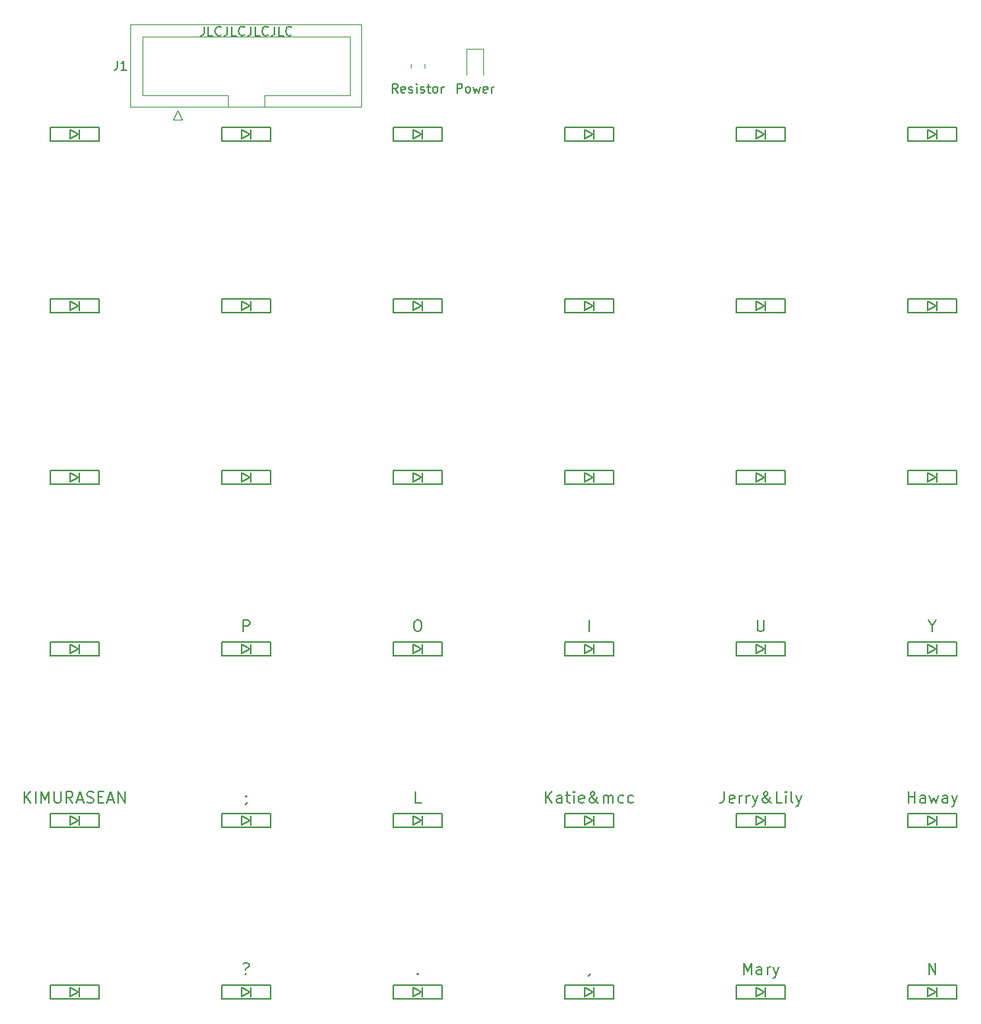
<source format=gto>
%TF.GenerationSoftware,KiCad,Pcbnew,(5.1.12-1-10_14)*%
%TF.CreationDate,2021-12-06T08:53:21+08:00*%
%TF.ProjectId,Pragmatic,50726167-6d61-4746-9963-2e6b69636164,0.3*%
%TF.SameCoordinates,Original*%
%TF.FileFunction,Legend,Top*%
%TF.FilePolarity,Positive*%
%FSLAX46Y46*%
G04 Gerber Fmt 4.6, Leading zero omitted, Abs format (unit mm)*
G04 Created by KiCad (PCBNEW (5.1.12-1-10_14)) date 2021-12-06 08:53:21*
%MOMM*%
%LPD*%
G01*
G04 APERTURE LIST*
%ADD10C,0.203200*%
%ADD11C,0.152400*%
%ADD12C,0.120000*%
%ADD13C,0.150000*%
%ADD14C,0.177800*%
%ADD15C,0.381000*%
%ADD16C,0.457200*%
%ADD17C,2.400000*%
%ADD18O,2.200000X1.600000*%
%ADD19C,4.900000*%
%ADD20C,1.800000*%
%ADD21O,2.200000X1.500000*%
%ADD22C,1.700000*%
%ADD23C,3.200000*%
%ADD24R,1.400000X1.000000*%
G04 APERTURE END LIST*
D10*
X51555952Y-123129523D02*
X51555952Y-121859523D01*
X52281666Y-123129523D02*
X51737380Y-122403809D01*
X52281666Y-121859523D02*
X51555952Y-122585238D01*
X52825952Y-123129523D02*
X52825952Y-121859523D01*
X53430714Y-123129523D02*
X53430714Y-121859523D01*
X53854047Y-122766666D01*
X54277380Y-121859523D01*
X54277380Y-123129523D01*
X54882142Y-121859523D02*
X54882142Y-122887619D01*
X54942619Y-123008571D01*
X55003095Y-123069047D01*
X55124047Y-123129523D01*
X55365952Y-123129523D01*
X55486904Y-123069047D01*
X55547380Y-123008571D01*
X55607857Y-122887619D01*
X55607857Y-121859523D01*
X56938333Y-123129523D02*
X56515000Y-122524761D01*
X56212619Y-123129523D02*
X56212619Y-121859523D01*
X56696428Y-121859523D01*
X56817380Y-121920000D01*
X56877857Y-121980476D01*
X56938333Y-122101428D01*
X56938333Y-122282857D01*
X56877857Y-122403809D01*
X56817380Y-122464285D01*
X56696428Y-122524761D01*
X56212619Y-122524761D01*
X57422142Y-122766666D02*
X58026904Y-122766666D01*
X57301190Y-123129523D02*
X57724523Y-121859523D01*
X58147857Y-123129523D01*
X58510714Y-123069047D02*
X58692142Y-123129523D01*
X58994523Y-123129523D01*
X59115476Y-123069047D01*
X59175952Y-123008571D01*
X59236428Y-122887619D01*
X59236428Y-122766666D01*
X59175952Y-122645714D01*
X59115476Y-122585238D01*
X58994523Y-122524761D01*
X58752619Y-122464285D01*
X58631666Y-122403809D01*
X58571190Y-122343333D01*
X58510714Y-122222380D01*
X58510714Y-122101428D01*
X58571190Y-121980476D01*
X58631666Y-121920000D01*
X58752619Y-121859523D01*
X59055000Y-121859523D01*
X59236428Y-121920000D01*
X59780714Y-122464285D02*
X60204047Y-122464285D01*
X60385476Y-123129523D02*
X59780714Y-123129523D01*
X59780714Y-121859523D01*
X60385476Y-121859523D01*
X60869285Y-122766666D02*
X61474047Y-122766666D01*
X60748333Y-123129523D02*
X61171666Y-121859523D01*
X61595000Y-123129523D01*
X62018333Y-123129523D02*
X62018333Y-121859523D01*
X62744047Y-123129523D01*
X62744047Y-121859523D01*
D11*
X71507047Y-36908619D02*
X71507047Y-37634333D01*
X71458666Y-37779476D01*
X71361904Y-37876238D01*
X71216761Y-37924619D01*
X71120000Y-37924619D01*
X72474666Y-37924619D02*
X71990857Y-37924619D01*
X71990857Y-36908619D01*
X73393904Y-37827857D02*
X73345523Y-37876238D01*
X73200380Y-37924619D01*
X73103619Y-37924619D01*
X72958476Y-37876238D01*
X72861714Y-37779476D01*
X72813333Y-37682714D01*
X72764952Y-37489190D01*
X72764952Y-37344047D01*
X72813333Y-37150523D01*
X72861714Y-37053761D01*
X72958476Y-36957000D01*
X73103619Y-36908619D01*
X73200380Y-36908619D01*
X73345523Y-36957000D01*
X73393904Y-37005380D01*
X74119619Y-36908619D02*
X74119619Y-37634333D01*
X74071238Y-37779476D01*
X73974476Y-37876238D01*
X73829333Y-37924619D01*
X73732571Y-37924619D01*
X75087238Y-37924619D02*
X74603428Y-37924619D01*
X74603428Y-36908619D01*
X76006476Y-37827857D02*
X75958095Y-37876238D01*
X75812952Y-37924619D01*
X75716190Y-37924619D01*
X75571047Y-37876238D01*
X75474285Y-37779476D01*
X75425904Y-37682714D01*
X75377523Y-37489190D01*
X75377523Y-37344047D01*
X75425904Y-37150523D01*
X75474285Y-37053761D01*
X75571047Y-36957000D01*
X75716190Y-36908619D01*
X75812952Y-36908619D01*
X75958095Y-36957000D01*
X76006476Y-37005380D01*
X76732190Y-36908619D02*
X76732190Y-37634333D01*
X76683809Y-37779476D01*
X76587047Y-37876238D01*
X76441904Y-37924619D01*
X76345142Y-37924619D01*
X77699809Y-37924619D02*
X77216000Y-37924619D01*
X77216000Y-36908619D01*
X78619047Y-37827857D02*
X78570666Y-37876238D01*
X78425523Y-37924619D01*
X78328761Y-37924619D01*
X78183619Y-37876238D01*
X78086857Y-37779476D01*
X78038476Y-37682714D01*
X77990095Y-37489190D01*
X77990095Y-37344047D01*
X78038476Y-37150523D01*
X78086857Y-37053761D01*
X78183619Y-36957000D01*
X78328761Y-36908619D01*
X78425523Y-36908619D01*
X78570666Y-36957000D01*
X78619047Y-37005380D01*
X79344761Y-36908619D02*
X79344761Y-37634333D01*
X79296380Y-37779476D01*
X79199619Y-37876238D01*
X79054476Y-37924619D01*
X78957714Y-37924619D01*
X80312380Y-37924619D02*
X79828571Y-37924619D01*
X79828571Y-36908619D01*
X81231619Y-37827857D02*
X81183238Y-37876238D01*
X81038095Y-37924619D01*
X80941333Y-37924619D01*
X80796190Y-37876238D01*
X80699428Y-37779476D01*
X80651047Y-37682714D01*
X80602666Y-37489190D01*
X80602666Y-37344047D01*
X80651047Y-37150523D01*
X80699428Y-37053761D01*
X80796190Y-36957000D01*
X80941333Y-36908619D01*
X81038095Y-36908619D01*
X81183238Y-36957000D01*
X81231619Y-37005380D01*
D10*
X76260476Y-123069047D02*
X76260476Y-123129523D01*
X76200000Y-123250476D01*
X76139523Y-123310952D01*
X76200000Y-122343333D02*
X76260476Y-122403809D01*
X76200000Y-122464285D01*
X76139523Y-122403809D01*
X76200000Y-122343333D01*
X76200000Y-122464285D01*
X76139523Y-142058571D02*
X76200000Y-142119047D01*
X76139523Y-142179523D01*
X76079047Y-142119047D01*
X76139523Y-142058571D01*
X76139523Y-142179523D01*
X75897619Y-140970000D02*
X76018571Y-140909523D01*
X76320952Y-140909523D01*
X76441904Y-140970000D01*
X76502380Y-141090952D01*
X76502380Y-141211904D01*
X76441904Y-141332857D01*
X76381428Y-141393333D01*
X76260476Y-141453809D01*
X76200000Y-141514285D01*
X76139523Y-141635238D01*
X76139523Y-141695714D01*
X95250000Y-142058571D02*
X95310476Y-142119047D01*
X95250000Y-142179523D01*
X95189523Y-142119047D01*
X95250000Y-142058571D01*
X95250000Y-142179523D01*
X114360476Y-142119047D02*
X114360476Y-142179523D01*
X114300000Y-142300476D01*
X114239523Y-142360952D01*
X131475238Y-142179523D02*
X131475238Y-140909523D01*
X131898571Y-141816666D01*
X132321904Y-140909523D01*
X132321904Y-142179523D01*
X133470952Y-142179523D02*
X133470952Y-141514285D01*
X133410476Y-141393333D01*
X133289523Y-141332857D01*
X133047619Y-141332857D01*
X132926666Y-141393333D01*
X133470952Y-142119047D02*
X133350000Y-142179523D01*
X133047619Y-142179523D01*
X132926666Y-142119047D01*
X132866190Y-141998095D01*
X132866190Y-141877142D01*
X132926666Y-141756190D01*
X133047619Y-141695714D01*
X133350000Y-141695714D01*
X133470952Y-141635238D01*
X134075714Y-142179523D02*
X134075714Y-141332857D01*
X134075714Y-141574761D02*
X134136190Y-141453809D01*
X134196666Y-141393333D01*
X134317619Y-141332857D01*
X134438571Y-141332857D01*
X134740952Y-141332857D02*
X135043333Y-142179523D01*
X135345714Y-141332857D02*
X135043333Y-142179523D01*
X134922380Y-142481904D01*
X134861904Y-142542380D01*
X134740952Y-142602857D01*
X152037142Y-142179523D02*
X152037142Y-140909523D01*
X152762857Y-142179523D01*
X152762857Y-140909523D01*
X95643095Y-123129523D02*
X95038333Y-123129523D01*
X95038333Y-121859523D01*
X109461904Y-123129523D02*
X109461904Y-121859523D01*
X110187619Y-123129523D02*
X109643333Y-122403809D01*
X110187619Y-121859523D02*
X109461904Y-122585238D01*
X111276190Y-123129523D02*
X111276190Y-122464285D01*
X111215714Y-122343333D01*
X111094761Y-122282857D01*
X110852857Y-122282857D01*
X110731904Y-122343333D01*
X111276190Y-123069047D02*
X111155238Y-123129523D01*
X110852857Y-123129523D01*
X110731904Y-123069047D01*
X110671428Y-122948095D01*
X110671428Y-122827142D01*
X110731904Y-122706190D01*
X110852857Y-122645714D01*
X111155238Y-122645714D01*
X111276190Y-122585238D01*
X111699523Y-122282857D02*
X112183333Y-122282857D01*
X111880952Y-121859523D02*
X111880952Y-122948095D01*
X111941428Y-123069047D01*
X112062380Y-123129523D01*
X112183333Y-123129523D01*
X112606666Y-123129523D02*
X112606666Y-122282857D01*
X112606666Y-121859523D02*
X112546190Y-121920000D01*
X112606666Y-121980476D01*
X112667142Y-121920000D01*
X112606666Y-121859523D01*
X112606666Y-121980476D01*
X113695238Y-123069047D02*
X113574285Y-123129523D01*
X113332380Y-123129523D01*
X113211428Y-123069047D01*
X113150952Y-122948095D01*
X113150952Y-122464285D01*
X113211428Y-122343333D01*
X113332380Y-122282857D01*
X113574285Y-122282857D01*
X113695238Y-122343333D01*
X113755714Y-122464285D01*
X113755714Y-122585238D01*
X113150952Y-122706190D01*
X115328095Y-123129523D02*
X115267619Y-123129523D01*
X115146666Y-123069047D01*
X114965238Y-122887619D01*
X114662857Y-122524761D01*
X114541904Y-122343333D01*
X114481428Y-122161904D01*
X114481428Y-122040952D01*
X114541904Y-121920000D01*
X114662857Y-121859523D01*
X114723333Y-121859523D01*
X114844285Y-121920000D01*
X114904761Y-122040952D01*
X114904761Y-122101428D01*
X114844285Y-122222380D01*
X114783809Y-122282857D01*
X114420952Y-122524761D01*
X114360476Y-122585238D01*
X114300000Y-122706190D01*
X114300000Y-122887619D01*
X114360476Y-123008571D01*
X114420952Y-123069047D01*
X114541904Y-123129523D01*
X114723333Y-123129523D01*
X114844285Y-123069047D01*
X114904761Y-123008571D01*
X115086190Y-122766666D01*
X115146666Y-122585238D01*
X115146666Y-122464285D01*
X115872380Y-123129523D02*
X115872380Y-122282857D01*
X115872380Y-122403809D02*
X115932857Y-122343333D01*
X116053809Y-122282857D01*
X116235238Y-122282857D01*
X116356190Y-122343333D01*
X116416666Y-122464285D01*
X116416666Y-123129523D01*
X116416666Y-122464285D02*
X116477142Y-122343333D01*
X116598095Y-122282857D01*
X116779523Y-122282857D01*
X116900476Y-122343333D01*
X116960952Y-122464285D01*
X116960952Y-123129523D01*
X118110000Y-123069047D02*
X117989047Y-123129523D01*
X117747142Y-123129523D01*
X117626190Y-123069047D01*
X117565714Y-123008571D01*
X117505238Y-122887619D01*
X117505238Y-122524761D01*
X117565714Y-122403809D01*
X117626190Y-122343333D01*
X117747142Y-122282857D01*
X117989047Y-122282857D01*
X118110000Y-122343333D01*
X119198571Y-123069047D02*
X119077619Y-123129523D01*
X118835714Y-123129523D01*
X118714761Y-123069047D01*
X118654285Y-123008571D01*
X118593809Y-122887619D01*
X118593809Y-122524761D01*
X118654285Y-122403809D01*
X118714761Y-122343333D01*
X118835714Y-122282857D01*
X119077619Y-122282857D01*
X119198571Y-122343333D01*
X129298095Y-121859523D02*
X129298095Y-122766666D01*
X129237619Y-122948095D01*
X129116666Y-123069047D01*
X128935238Y-123129523D01*
X128814285Y-123129523D01*
X130386666Y-123069047D02*
X130265714Y-123129523D01*
X130023809Y-123129523D01*
X129902857Y-123069047D01*
X129842380Y-122948095D01*
X129842380Y-122464285D01*
X129902857Y-122343333D01*
X130023809Y-122282857D01*
X130265714Y-122282857D01*
X130386666Y-122343333D01*
X130447142Y-122464285D01*
X130447142Y-122585238D01*
X129842380Y-122706190D01*
X130991428Y-123129523D02*
X130991428Y-122282857D01*
X130991428Y-122524761D02*
X131051904Y-122403809D01*
X131112380Y-122343333D01*
X131233333Y-122282857D01*
X131354285Y-122282857D01*
X131777619Y-123129523D02*
X131777619Y-122282857D01*
X131777619Y-122524761D02*
X131838095Y-122403809D01*
X131898571Y-122343333D01*
X132019523Y-122282857D01*
X132140476Y-122282857D01*
X132442857Y-122282857D02*
X132745238Y-123129523D01*
X133047619Y-122282857D02*
X132745238Y-123129523D01*
X132624285Y-123431904D01*
X132563809Y-123492380D01*
X132442857Y-123552857D01*
X134559523Y-123129523D02*
X134499047Y-123129523D01*
X134378095Y-123069047D01*
X134196666Y-122887619D01*
X133894285Y-122524761D01*
X133773333Y-122343333D01*
X133712857Y-122161904D01*
X133712857Y-122040952D01*
X133773333Y-121920000D01*
X133894285Y-121859523D01*
X133954761Y-121859523D01*
X134075714Y-121920000D01*
X134136190Y-122040952D01*
X134136190Y-122101428D01*
X134075714Y-122222380D01*
X134015238Y-122282857D01*
X133652380Y-122524761D01*
X133591904Y-122585238D01*
X133531428Y-122706190D01*
X133531428Y-122887619D01*
X133591904Y-123008571D01*
X133652380Y-123069047D01*
X133773333Y-123129523D01*
X133954761Y-123129523D01*
X134075714Y-123069047D01*
X134136190Y-123008571D01*
X134317619Y-122766666D01*
X134378095Y-122585238D01*
X134378095Y-122464285D01*
X135708571Y-123129523D02*
X135103809Y-123129523D01*
X135103809Y-121859523D01*
X136131904Y-123129523D02*
X136131904Y-122282857D01*
X136131904Y-121859523D02*
X136071428Y-121920000D01*
X136131904Y-121980476D01*
X136192380Y-121920000D01*
X136131904Y-121859523D01*
X136131904Y-121980476D01*
X136918095Y-123129523D02*
X136797142Y-123069047D01*
X136736666Y-122948095D01*
X136736666Y-121859523D01*
X137280952Y-122282857D02*
X137583333Y-123129523D01*
X137885714Y-122282857D02*
X137583333Y-123129523D01*
X137462380Y-123431904D01*
X137401904Y-123492380D01*
X137280952Y-123552857D01*
X149739047Y-123129523D02*
X149739047Y-121859523D01*
X149739047Y-122464285D02*
X150464761Y-122464285D01*
X150464761Y-123129523D02*
X150464761Y-121859523D01*
X151613809Y-123129523D02*
X151613809Y-122464285D01*
X151553333Y-122343333D01*
X151432380Y-122282857D01*
X151190476Y-122282857D01*
X151069523Y-122343333D01*
X151613809Y-123069047D02*
X151492857Y-123129523D01*
X151190476Y-123129523D01*
X151069523Y-123069047D01*
X151009047Y-122948095D01*
X151009047Y-122827142D01*
X151069523Y-122706190D01*
X151190476Y-122645714D01*
X151492857Y-122645714D01*
X151613809Y-122585238D01*
X152097619Y-122282857D02*
X152339523Y-123129523D01*
X152581428Y-122524761D01*
X152823333Y-123129523D01*
X153065238Y-122282857D01*
X154093333Y-123129523D02*
X154093333Y-122464285D01*
X154032857Y-122343333D01*
X153911904Y-122282857D01*
X153670000Y-122282857D01*
X153549047Y-122343333D01*
X154093333Y-123069047D02*
X153972380Y-123129523D01*
X153670000Y-123129523D01*
X153549047Y-123069047D01*
X153488571Y-122948095D01*
X153488571Y-122827142D01*
X153549047Y-122706190D01*
X153670000Y-122645714D01*
X153972380Y-122645714D01*
X154093333Y-122585238D01*
X154577142Y-122282857D02*
X154879523Y-123129523D01*
X155181904Y-122282857D02*
X154879523Y-123129523D01*
X154758571Y-123431904D01*
X154698095Y-123492380D01*
X154577142Y-123552857D01*
X75867380Y-104079523D02*
X75867380Y-102809523D01*
X76351190Y-102809523D01*
X76472142Y-102870000D01*
X76532619Y-102930476D01*
X76593095Y-103051428D01*
X76593095Y-103232857D01*
X76532619Y-103353809D01*
X76472142Y-103414285D01*
X76351190Y-103474761D01*
X75867380Y-103474761D01*
X95129047Y-102809523D02*
X95370952Y-102809523D01*
X95491904Y-102870000D01*
X95612857Y-102990952D01*
X95673333Y-103232857D01*
X95673333Y-103656190D01*
X95612857Y-103898095D01*
X95491904Y-104019047D01*
X95370952Y-104079523D01*
X95129047Y-104079523D01*
X95008095Y-104019047D01*
X94887142Y-103898095D01*
X94826666Y-103656190D01*
X94826666Y-103232857D01*
X94887142Y-102990952D01*
X95008095Y-102870000D01*
X95129047Y-102809523D01*
X114300000Y-104079523D02*
X114300000Y-102809523D01*
X132987142Y-102809523D02*
X132987142Y-103837619D01*
X133047619Y-103958571D01*
X133108095Y-104019047D01*
X133229047Y-104079523D01*
X133470952Y-104079523D01*
X133591904Y-104019047D01*
X133652380Y-103958571D01*
X133712857Y-103837619D01*
X133712857Y-102809523D01*
X152400000Y-103474761D02*
X152400000Y-104079523D01*
X151976666Y-102809523D02*
X152400000Y-103474761D01*
X152823333Y-102809523D01*
D12*
X69080000Y-47225000D02*
X68580000Y-46225000D01*
X68080000Y-47225000D02*
X69080000Y-47225000D01*
X68580000Y-46225000D02*
X68080000Y-47225000D01*
X78250000Y-44525000D02*
X78250000Y-45835000D01*
X78250000Y-44525000D02*
X78250000Y-44525000D01*
X87730000Y-44525000D02*
X78250000Y-44525000D01*
X87730000Y-38025000D02*
X87730000Y-44525000D01*
X64670000Y-38025000D02*
X87730000Y-38025000D01*
X64670000Y-44525000D02*
X64670000Y-38025000D01*
X74150000Y-44525000D02*
X64670000Y-44525000D01*
X74150000Y-45835000D02*
X74150000Y-44525000D01*
X89030000Y-45835000D02*
X63370000Y-45835000D01*
X89030000Y-36715000D02*
X89030000Y-45835000D01*
X63370000Y-36715000D02*
X89030000Y-36715000D01*
X63370000Y-45835000D02*
X63370000Y-36715000D01*
X95985000Y-41047936D02*
X95985000Y-41502064D01*
X94515000Y-41047936D02*
X94515000Y-41502064D01*
X100640000Y-39415000D02*
X100640000Y-42275000D01*
X102560000Y-39415000D02*
X100640000Y-39415000D01*
X102560000Y-42275000D02*
X102560000Y-39415000D01*
D13*
X155100000Y-143395000D02*
X149700000Y-143395000D01*
X149700000Y-144895000D02*
X155100000Y-144895000D01*
X155100000Y-144895000D02*
X155100000Y-143395000D01*
X149700000Y-144895000D02*
X149700000Y-143395000D01*
X151900000Y-144645000D02*
X151900000Y-143645000D01*
X151900000Y-143645000D02*
X152800000Y-144145000D01*
X152800000Y-144145000D02*
X151900000Y-144645000D01*
X152900000Y-144645000D02*
X152900000Y-143645000D01*
X136050000Y-143395000D02*
X130650000Y-143395000D01*
X130650000Y-144895000D02*
X136050000Y-144895000D01*
X136050000Y-144895000D02*
X136050000Y-143395000D01*
X130650000Y-144895000D02*
X130650000Y-143395000D01*
X132850000Y-144645000D02*
X132850000Y-143645000D01*
X132850000Y-143645000D02*
X133750000Y-144145000D01*
X133750000Y-144145000D02*
X132850000Y-144645000D01*
X133850000Y-144645000D02*
X133850000Y-143645000D01*
X117000000Y-143395000D02*
X111600000Y-143395000D01*
X111600000Y-144895000D02*
X117000000Y-144895000D01*
X117000000Y-144895000D02*
X117000000Y-143395000D01*
X111600000Y-144895000D02*
X111600000Y-143395000D01*
X113800000Y-144645000D02*
X113800000Y-143645000D01*
X113800000Y-143645000D02*
X114700000Y-144145000D01*
X114700000Y-144145000D02*
X113800000Y-144645000D01*
X114800000Y-144645000D02*
X114800000Y-143645000D01*
X97950000Y-143395000D02*
X92550000Y-143395000D01*
X92550000Y-144895000D02*
X97950000Y-144895000D01*
X97950000Y-144895000D02*
X97950000Y-143395000D01*
X92550000Y-144895000D02*
X92550000Y-143395000D01*
X94750000Y-144645000D02*
X94750000Y-143645000D01*
X94750000Y-143645000D02*
X95650000Y-144145000D01*
X95650000Y-144145000D02*
X94750000Y-144645000D01*
X95750000Y-144645000D02*
X95750000Y-143645000D01*
X78900000Y-143395000D02*
X73500000Y-143395000D01*
X73500000Y-144895000D02*
X78900000Y-144895000D01*
X78900000Y-144895000D02*
X78900000Y-143395000D01*
X73500000Y-144895000D02*
X73500000Y-143395000D01*
X75700000Y-144645000D02*
X75700000Y-143645000D01*
X75700000Y-143645000D02*
X76600000Y-144145000D01*
X76600000Y-144145000D02*
X75700000Y-144645000D01*
X76700000Y-144645000D02*
X76700000Y-143645000D01*
X59850000Y-143395000D02*
X54450000Y-143395000D01*
X54450000Y-144895000D02*
X59850000Y-144895000D01*
X59850000Y-144895000D02*
X59850000Y-143395000D01*
X54450000Y-144895000D02*
X54450000Y-143395000D01*
X56650000Y-144645000D02*
X56650000Y-143645000D01*
X56650000Y-143645000D02*
X57550000Y-144145000D01*
X57550000Y-144145000D02*
X56650000Y-144645000D01*
X57650000Y-144645000D02*
X57650000Y-143645000D01*
X155100000Y-124345000D02*
X149700000Y-124345000D01*
X149700000Y-125845000D02*
X155100000Y-125845000D01*
X155100000Y-125845000D02*
X155100000Y-124345000D01*
X149700000Y-125845000D02*
X149700000Y-124345000D01*
X151900000Y-125595000D02*
X151900000Y-124595000D01*
X151900000Y-124595000D02*
X152800000Y-125095000D01*
X152800000Y-125095000D02*
X151900000Y-125595000D01*
X152900000Y-125595000D02*
X152900000Y-124595000D01*
X136050000Y-124345000D02*
X130650000Y-124345000D01*
X130650000Y-125845000D02*
X136050000Y-125845000D01*
X136050000Y-125845000D02*
X136050000Y-124345000D01*
X130650000Y-125845000D02*
X130650000Y-124345000D01*
X132850000Y-125595000D02*
X132850000Y-124595000D01*
X132850000Y-124595000D02*
X133750000Y-125095000D01*
X133750000Y-125095000D02*
X132850000Y-125595000D01*
X133850000Y-125595000D02*
X133850000Y-124595000D01*
X117000000Y-124345000D02*
X111600000Y-124345000D01*
X111600000Y-125845000D02*
X117000000Y-125845000D01*
X117000000Y-125845000D02*
X117000000Y-124345000D01*
X111600000Y-125845000D02*
X111600000Y-124345000D01*
X113800000Y-125595000D02*
X113800000Y-124595000D01*
X113800000Y-124595000D02*
X114700000Y-125095000D01*
X114700000Y-125095000D02*
X113800000Y-125595000D01*
X114800000Y-125595000D02*
X114800000Y-124595000D01*
X97950000Y-124345000D02*
X92550000Y-124345000D01*
X92550000Y-125845000D02*
X97950000Y-125845000D01*
X97950000Y-125845000D02*
X97950000Y-124345000D01*
X92550000Y-125845000D02*
X92550000Y-124345000D01*
X94750000Y-125595000D02*
X94750000Y-124595000D01*
X94750000Y-124595000D02*
X95650000Y-125095000D01*
X95650000Y-125095000D02*
X94750000Y-125595000D01*
X95750000Y-125595000D02*
X95750000Y-124595000D01*
X78900000Y-124345000D02*
X73500000Y-124345000D01*
X73500000Y-125845000D02*
X78900000Y-125845000D01*
X78900000Y-125845000D02*
X78900000Y-124345000D01*
X73500000Y-125845000D02*
X73500000Y-124345000D01*
X75700000Y-125595000D02*
X75700000Y-124595000D01*
X75700000Y-124595000D02*
X76600000Y-125095000D01*
X76600000Y-125095000D02*
X75700000Y-125595000D01*
X76700000Y-125595000D02*
X76700000Y-124595000D01*
X59850000Y-124345000D02*
X54450000Y-124345000D01*
X54450000Y-125845000D02*
X59850000Y-125845000D01*
X59850000Y-125845000D02*
X59850000Y-124345000D01*
X54450000Y-125845000D02*
X54450000Y-124345000D01*
X56650000Y-125595000D02*
X56650000Y-124595000D01*
X56650000Y-124595000D02*
X57550000Y-125095000D01*
X57550000Y-125095000D02*
X56650000Y-125595000D01*
X57650000Y-125595000D02*
X57650000Y-124595000D01*
X155100000Y-105295000D02*
X149700000Y-105295000D01*
X149700000Y-106795000D02*
X155100000Y-106795000D01*
X155100000Y-106795000D02*
X155100000Y-105295000D01*
X149700000Y-106795000D02*
X149700000Y-105295000D01*
X151900000Y-106545000D02*
X151900000Y-105545000D01*
X151900000Y-105545000D02*
X152800000Y-106045000D01*
X152800000Y-106045000D02*
X151900000Y-106545000D01*
X152900000Y-106545000D02*
X152900000Y-105545000D01*
X136050000Y-105295000D02*
X130650000Y-105295000D01*
X130650000Y-106795000D02*
X136050000Y-106795000D01*
X136050000Y-106795000D02*
X136050000Y-105295000D01*
X130650000Y-106795000D02*
X130650000Y-105295000D01*
X132850000Y-106545000D02*
X132850000Y-105545000D01*
X132850000Y-105545000D02*
X133750000Y-106045000D01*
X133750000Y-106045000D02*
X132850000Y-106545000D01*
X133850000Y-106545000D02*
X133850000Y-105545000D01*
X117000000Y-105295000D02*
X111600000Y-105295000D01*
X111600000Y-106795000D02*
X117000000Y-106795000D01*
X117000000Y-106795000D02*
X117000000Y-105295000D01*
X111600000Y-106795000D02*
X111600000Y-105295000D01*
X113800000Y-106545000D02*
X113800000Y-105545000D01*
X113800000Y-105545000D02*
X114700000Y-106045000D01*
X114700000Y-106045000D02*
X113800000Y-106545000D01*
X114800000Y-106545000D02*
X114800000Y-105545000D01*
X97950000Y-105295000D02*
X92550000Y-105295000D01*
X92550000Y-106795000D02*
X97950000Y-106795000D01*
X97950000Y-106795000D02*
X97950000Y-105295000D01*
X92550000Y-106795000D02*
X92550000Y-105295000D01*
X94750000Y-106545000D02*
X94750000Y-105545000D01*
X94750000Y-105545000D02*
X95650000Y-106045000D01*
X95650000Y-106045000D02*
X94750000Y-106545000D01*
X95750000Y-106545000D02*
X95750000Y-105545000D01*
X78900000Y-105295000D02*
X73500000Y-105295000D01*
X73500000Y-106795000D02*
X78900000Y-106795000D01*
X78900000Y-106795000D02*
X78900000Y-105295000D01*
X73500000Y-106795000D02*
X73500000Y-105295000D01*
X75700000Y-106545000D02*
X75700000Y-105545000D01*
X75700000Y-105545000D02*
X76600000Y-106045000D01*
X76600000Y-106045000D02*
X75700000Y-106545000D01*
X76700000Y-106545000D02*
X76700000Y-105545000D01*
X59850000Y-105295000D02*
X54450000Y-105295000D01*
X54450000Y-106795000D02*
X59850000Y-106795000D01*
X59850000Y-106795000D02*
X59850000Y-105295000D01*
X54450000Y-106795000D02*
X54450000Y-105295000D01*
X56650000Y-106545000D02*
X56650000Y-105545000D01*
X56650000Y-105545000D02*
X57550000Y-106045000D01*
X57550000Y-106045000D02*
X56650000Y-106545000D01*
X57650000Y-106545000D02*
X57650000Y-105545000D01*
X155100000Y-86245000D02*
X149700000Y-86245000D01*
X149700000Y-87745000D02*
X155100000Y-87745000D01*
X155100000Y-87745000D02*
X155100000Y-86245000D01*
X149700000Y-87745000D02*
X149700000Y-86245000D01*
X151900000Y-87495000D02*
X151900000Y-86495000D01*
X151900000Y-86495000D02*
X152800000Y-86995000D01*
X152800000Y-86995000D02*
X151900000Y-87495000D01*
X152900000Y-87495000D02*
X152900000Y-86495000D01*
X136050000Y-86245000D02*
X130650000Y-86245000D01*
X130650000Y-87745000D02*
X136050000Y-87745000D01*
X136050000Y-87745000D02*
X136050000Y-86245000D01*
X130650000Y-87745000D02*
X130650000Y-86245000D01*
X132850000Y-87495000D02*
X132850000Y-86495000D01*
X132850000Y-86495000D02*
X133750000Y-86995000D01*
X133750000Y-86995000D02*
X132850000Y-87495000D01*
X133850000Y-87495000D02*
X133850000Y-86495000D01*
X117000000Y-86245000D02*
X111600000Y-86245000D01*
X111600000Y-87745000D02*
X117000000Y-87745000D01*
X117000000Y-87745000D02*
X117000000Y-86245000D01*
X111600000Y-87745000D02*
X111600000Y-86245000D01*
X113800000Y-87495000D02*
X113800000Y-86495000D01*
X113800000Y-86495000D02*
X114700000Y-86995000D01*
X114700000Y-86995000D02*
X113800000Y-87495000D01*
X114800000Y-87495000D02*
X114800000Y-86495000D01*
X97950000Y-86245000D02*
X92550000Y-86245000D01*
X92550000Y-87745000D02*
X97950000Y-87745000D01*
X97950000Y-87745000D02*
X97950000Y-86245000D01*
X92550000Y-87745000D02*
X92550000Y-86245000D01*
X94750000Y-87495000D02*
X94750000Y-86495000D01*
X94750000Y-86495000D02*
X95650000Y-86995000D01*
X95650000Y-86995000D02*
X94750000Y-87495000D01*
X95750000Y-87495000D02*
X95750000Y-86495000D01*
X78900000Y-86245000D02*
X73500000Y-86245000D01*
X73500000Y-87745000D02*
X78900000Y-87745000D01*
X78900000Y-87745000D02*
X78900000Y-86245000D01*
X73500000Y-87745000D02*
X73500000Y-86245000D01*
X75700000Y-87495000D02*
X75700000Y-86495000D01*
X75700000Y-86495000D02*
X76600000Y-86995000D01*
X76600000Y-86995000D02*
X75700000Y-87495000D01*
X76700000Y-87495000D02*
X76700000Y-86495000D01*
X59850000Y-86245000D02*
X54450000Y-86245000D01*
X54450000Y-87745000D02*
X59850000Y-87745000D01*
X59850000Y-87745000D02*
X59850000Y-86245000D01*
X54450000Y-87745000D02*
X54450000Y-86245000D01*
X56650000Y-87495000D02*
X56650000Y-86495000D01*
X56650000Y-86495000D02*
X57550000Y-86995000D01*
X57550000Y-86995000D02*
X56650000Y-87495000D01*
X57650000Y-87495000D02*
X57650000Y-86495000D01*
X155100000Y-67195000D02*
X149700000Y-67195000D01*
X149700000Y-68695000D02*
X155100000Y-68695000D01*
X155100000Y-68695000D02*
X155100000Y-67195000D01*
X149700000Y-68695000D02*
X149700000Y-67195000D01*
X151900000Y-68445000D02*
X151900000Y-67445000D01*
X151900000Y-67445000D02*
X152800000Y-67945000D01*
X152800000Y-67945000D02*
X151900000Y-68445000D01*
X152900000Y-68445000D02*
X152900000Y-67445000D01*
X136050000Y-67195000D02*
X130650000Y-67195000D01*
X130650000Y-68695000D02*
X136050000Y-68695000D01*
X136050000Y-68695000D02*
X136050000Y-67195000D01*
X130650000Y-68695000D02*
X130650000Y-67195000D01*
X132850000Y-68445000D02*
X132850000Y-67445000D01*
X132850000Y-67445000D02*
X133750000Y-67945000D01*
X133750000Y-67945000D02*
X132850000Y-68445000D01*
X133850000Y-68445000D02*
X133850000Y-67445000D01*
X117000000Y-67195000D02*
X111600000Y-67195000D01*
X111600000Y-68695000D02*
X117000000Y-68695000D01*
X117000000Y-68695000D02*
X117000000Y-67195000D01*
X111600000Y-68695000D02*
X111600000Y-67195000D01*
X113800000Y-68445000D02*
X113800000Y-67445000D01*
X113800000Y-67445000D02*
X114700000Y-67945000D01*
X114700000Y-67945000D02*
X113800000Y-68445000D01*
X114800000Y-68445000D02*
X114800000Y-67445000D01*
X97950000Y-67195000D02*
X92550000Y-67195000D01*
X92550000Y-68695000D02*
X97950000Y-68695000D01*
X97950000Y-68695000D02*
X97950000Y-67195000D01*
X92550000Y-68695000D02*
X92550000Y-67195000D01*
X94750000Y-68445000D02*
X94750000Y-67445000D01*
X94750000Y-67445000D02*
X95650000Y-67945000D01*
X95650000Y-67945000D02*
X94750000Y-68445000D01*
X95750000Y-68445000D02*
X95750000Y-67445000D01*
X155100000Y-48145000D02*
X149700000Y-48145000D01*
X149700000Y-49645000D02*
X155100000Y-49645000D01*
X155100000Y-49645000D02*
X155100000Y-48145000D01*
X149700000Y-49645000D02*
X149700000Y-48145000D01*
X151900000Y-49395000D02*
X151900000Y-48395000D01*
X151900000Y-48395000D02*
X152800000Y-48895000D01*
X152800000Y-48895000D02*
X151900000Y-49395000D01*
X152900000Y-49395000D02*
X152900000Y-48395000D01*
X136050000Y-48145000D02*
X130650000Y-48145000D01*
X130650000Y-49645000D02*
X136050000Y-49645000D01*
X136050000Y-49645000D02*
X136050000Y-48145000D01*
X130650000Y-49645000D02*
X130650000Y-48145000D01*
X132850000Y-49395000D02*
X132850000Y-48395000D01*
X132850000Y-48395000D02*
X133750000Y-48895000D01*
X133750000Y-48895000D02*
X132850000Y-49395000D01*
X133850000Y-49395000D02*
X133850000Y-48395000D01*
X117000000Y-48145000D02*
X111600000Y-48145000D01*
X111600000Y-49645000D02*
X117000000Y-49645000D01*
X117000000Y-49645000D02*
X117000000Y-48145000D01*
X111600000Y-49645000D02*
X111600000Y-48145000D01*
X113800000Y-49395000D02*
X113800000Y-48395000D01*
X113800000Y-48395000D02*
X114700000Y-48895000D01*
X114700000Y-48895000D02*
X113800000Y-49395000D01*
X114800000Y-49395000D02*
X114800000Y-48395000D01*
X97950000Y-48145000D02*
X92550000Y-48145000D01*
X92550000Y-49645000D02*
X97950000Y-49645000D01*
X97950000Y-49645000D02*
X97950000Y-48145000D01*
X92550000Y-49645000D02*
X92550000Y-48145000D01*
X94750000Y-49395000D02*
X94750000Y-48395000D01*
X94750000Y-48395000D02*
X95650000Y-48895000D01*
X95650000Y-48895000D02*
X94750000Y-49395000D01*
X95750000Y-49395000D02*
X95750000Y-48395000D01*
X78900000Y-67195000D02*
X73500000Y-67195000D01*
X73500000Y-68695000D02*
X78900000Y-68695000D01*
X78900000Y-68695000D02*
X78900000Y-67195000D01*
X73500000Y-68695000D02*
X73500000Y-67195000D01*
X75700000Y-68445000D02*
X75700000Y-67445000D01*
X75700000Y-67445000D02*
X76600000Y-67945000D01*
X76600000Y-67945000D02*
X75700000Y-68445000D01*
X76700000Y-68445000D02*
X76700000Y-67445000D01*
X59850000Y-67195000D02*
X54450000Y-67195000D01*
X54450000Y-68695000D02*
X59850000Y-68695000D01*
X59850000Y-68695000D02*
X59850000Y-67195000D01*
X54450000Y-68695000D02*
X54450000Y-67195000D01*
X56650000Y-68445000D02*
X56650000Y-67445000D01*
X56650000Y-67445000D02*
X57550000Y-67945000D01*
X57550000Y-67945000D02*
X56650000Y-68445000D01*
X57650000Y-68445000D02*
X57650000Y-67445000D01*
X78900000Y-48145000D02*
X73500000Y-48145000D01*
X73500000Y-49645000D02*
X78900000Y-49645000D01*
X78900000Y-49645000D02*
X78900000Y-48145000D01*
X73500000Y-49645000D02*
X73500000Y-48145000D01*
X75700000Y-49395000D02*
X75700000Y-48395000D01*
X75700000Y-48395000D02*
X76600000Y-48895000D01*
X76600000Y-48895000D02*
X75700000Y-49395000D01*
X76700000Y-49395000D02*
X76700000Y-48395000D01*
X59850000Y-48145000D02*
X54450000Y-48145000D01*
X54450000Y-49645000D02*
X59850000Y-49645000D01*
X59850000Y-49645000D02*
X59850000Y-48145000D01*
X54450000Y-49645000D02*
X54450000Y-48145000D01*
X56650000Y-49395000D02*
X56650000Y-48395000D01*
X56650000Y-48395000D02*
X57550000Y-48895000D01*
X57550000Y-48895000D02*
X56650000Y-49395000D01*
X57650000Y-49395000D02*
X57650000Y-48395000D01*
X61896666Y-40727380D02*
X61896666Y-41441666D01*
X61849047Y-41584523D01*
X61753809Y-41679761D01*
X61610952Y-41727380D01*
X61515714Y-41727380D01*
X62896666Y-41727380D02*
X62325238Y-41727380D01*
X62610952Y-41727380D02*
X62610952Y-40727380D01*
X62515714Y-40870238D01*
X62420476Y-40965476D01*
X62325238Y-41013095D01*
X93035714Y-44267380D02*
X92702380Y-43791190D01*
X92464285Y-44267380D02*
X92464285Y-43267380D01*
X92845238Y-43267380D01*
X92940476Y-43315000D01*
X92988095Y-43362619D01*
X93035714Y-43457857D01*
X93035714Y-43600714D01*
X92988095Y-43695952D01*
X92940476Y-43743571D01*
X92845238Y-43791190D01*
X92464285Y-43791190D01*
X93845238Y-44219761D02*
X93750000Y-44267380D01*
X93559523Y-44267380D01*
X93464285Y-44219761D01*
X93416666Y-44124523D01*
X93416666Y-43743571D01*
X93464285Y-43648333D01*
X93559523Y-43600714D01*
X93750000Y-43600714D01*
X93845238Y-43648333D01*
X93892857Y-43743571D01*
X93892857Y-43838809D01*
X93416666Y-43934047D01*
X94273809Y-44219761D02*
X94369047Y-44267380D01*
X94559523Y-44267380D01*
X94654761Y-44219761D01*
X94702380Y-44124523D01*
X94702380Y-44076904D01*
X94654761Y-43981666D01*
X94559523Y-43934047D01*
X94416666Y-43934047D01*
X94321428Y-43886428D01*
X94273809Y-43791190D01*
X94273809Y-43743571D01*
X94321428Y-43648333D01*
X94416666Y-43600714D01*
X94559523Y-43600714D01*
X94654761Y-43648333D01*
X95130952Y-44267380D02*
X95130952Y-43600714D01*
X95130952Y-43267380D02*
X95083333Y-43315000D01*
X95130952Y-43362619D01*
X95178571Y-43315000D01*
X95130952Y-43267380D01*
X95130952Y-43362619D01*
X95559523Y-44219761D02*
X95654761Y-44267380D01*
X95845238Y-44267380D01*
X95940476Y-44219761D01*
X95988095Y-44124523D01*
X95988095Y-44076904D01*
X95940476Y-43981666D01*
X95845238Y-43934047D01*
X95702380Y-43934047D01*
X95607142Y-43886428D01*
X95559523Y-43791190D01*
X95559523Y-43743571D01*
X95607142Y-43648333D01*
X95702380Y-43600714D01*
X95845238Y-43600714D01*
X95940476Y-43648333D01*
X96273809Y-43600714D02*
X96654761Y-43600714D01*
X96416666Y-43267380D02*
X96416666Y-44124523D01*
X96464285Y-44219761D01*
X96559523Y-44267380D01*
X96654761Y-44267380D01*
X97130952Y-44267380D02*
X97035714Y-44219761D01*
X96988095Y-44172142D01*
X96940476Y-44076904D01*
X96940476Y-43791190D01*
X96988095Y-43695952D01*
X97035714Y-43648333D01*
X97130952Y-43600714D01*
X97273809Y-43600714D01*
X97369047Y-43648333D01*
X97416666Y-43695952D01*
X97464285Y-43791190D01*
X97464285Y-44076904D01*
X97416666Y-44172142D01*
X97369047Y-44219761D01*
X97273809Y-44267380D01*
X97130952Y-44267380D01*
X97892857Y-44267380D02*
X97892857Y-43600714D01*
X97892857Y-43791190D02*
X97940476Y-43695952D01*
X97988095Y-43648333D01*
X98083333Y-43600714D01*
X98178571Y-43600714D01*
X99623809Y-44267380D02*
X99623809Y-43267380D01*
X100004761Y-43267380D01*
X100100000Y-43315000D01*
X100147619Y-43362619D01*
X100195238Y-43457857D01*
X100195238Y-43600714D01*
X100147619Y-43695952D01*
X100100000Y-43743571D01*
X100004761Y-43791190D01*
X99623809Y-43791190D01*
X100766666Y-44267380D02*
X100671428Y-44219761D01*
X100623809Y-44172142D01*
X100576190Y-44076904D01*
X100576190Y-43791190D01*
X100623809Y-43695952D01*
X100671428Y-43648333D01*
X100766666Y-43600714D01*
X100909523Y-43600714D01*
X101004761Y-43648333D01*
X101052380Y-43695952D01*
X101100000Y-43791190D01*
X101100000Y-44076904D01*
X101052380Y-44172142D01*
X101004761Y-44219761D01*
X100909523Y-44267380D01*
X100766666Y-44267380D01*
X101433333Y-43600714D02*
X101623809Y-44267380D01*
X101814285Y-43791190D01*
X102004761Y-44267380D01*
X102195238Y-43600714D01*
X102957142Y-44219761D02*
X102861904Y-44267380D01*
X102671428Y-44267380D01*
X102576190Y-44219761D01*
X102528571Y-44124523D01*
X102528571Y-43743571D01*
X102576190Y-43648333D01*
X102671428Y-43600714D01*
X102861904Y-43600714D01*
X102957142Y-43648333D01*
X103004761Y-43743571D01*
X103004761Y-43838809D01*
X102528571Y-43934047D01*
X103433333Y-44267380D02*
X103433333Y-43600714D01*
X103433333Y-43791190D02*
X103480952Y-43695952D01*
X103528571Y-43648333D01*
X103623809Y-43600714D01*
X103719047Y-43600714D01*
%LPC*%
D14*
X70127351Y-84914619D02*
X70254351Y-83898619D01*
X70641398Y-83898619D01*
X70732113Y-83947000D01*
X70774446Y-83995380D01*
X70810732Y-84092142D01*
X70792589Y-84237285D01*
X70732113Y-84334047D01*
X70677684Y-84382428D01*
X70574875Y-84430809D01*
X70187827Y-84430809D01*
X71536446Y-84866238D02*
X71433637Y-84914619D01*
X71240113Y-84914619D01*
X71149398Y-84866238D01*
X71113113Y-84769476D01*
X71161494Y-84382428D01*
X71221970Y-84285666D01*
X71324779Y-84237285D01*
X71518303Y-84237285D01*
X71609018Y-84285666D01*
X71645303Y-84382428D01*
X71633208Y-84479190D01*
X71137303Y-84575952D01*
X72159351Y-84914619D02*
X72068637Y-84866238D01*
X72026303Y-84817857D01*
X71990018Y-84721095D01*
X72026303Y-84430809D01*
X72086779Y-84334047D01*
X72141208Y-84285666D01*
X72244018Y-84237285D01*
X72389160Y-84237285D01*
X72479875Y-84285666D01*
X72522208Y-84334047D01*
X72558494Y-84430809D01*
X72522208Y-84721095D01*
X72461732Y-84817857D01*
X72407303Y-84866238D01*
X72304494Y-84914619D01*
X72159351Y-84914619D01*
X73018113Y-84237285D02*
X72891113Y-85253285D01*
X73012065Y-84285666D02*
X73114875Y-84237285D01*
X73308398Y-84237285D01*
X73399113Y-84285666D01*
X73441446Y-84334047D01*
X73477732Y-84430809D01*
X73441446Y-84721095D01*
X73380970Y-84817857D01*
X73326541Y-84866238D01*
X73223732Y-84914619D01*
X73030208Y-84914619D01*
X72939494Y-84866238D01*
X73997827Y-84914619D02*
X73907113Y-84866238D01*
X73870827Y-84769476D01*
X73979684Y-83898619D01*
X74777970Y-84866238D02*
X74675160Y-84914619D01*
X74481637Y-84914619D01*
X74390922Y-84866238D01*
X74354637Y-84769476D01*
X74403018Y-84382428D01*
X74463494Y-84285666D01*
X74566303Y-84237285D01*
X74759827Y-84237285D01*
X74850541Y-84285666D01*
X74886827Y-84382428D01*
X74874732Y-84479190D01*
X74378827Y-84575952D01*
X76017732Y-84237285D02*
X76126589Y-84914619D01*
X76380589Y-84430809D01*
X76513637Y-84914619D01*
X76791827Y-84237285D01*
X77094208Y-84914619D02*
X77221208Y-83898619D01*
X77529637Y-84914619D02*
X77596160Y-84382428D01*
X77559875Y-84285666D01*
X77469160Y-84237285D01*
X77324018Y-84237285D01*
X77221208Y-84285666D01*
X77166779Y-84334047D01*
X78158589Y-84914619D02*
X78067875Y-84866238D01*
X78025541Y-84817857D01*
X77989256Y-84721095D01*
X78025541Y-84430809D01*
X78086018Y-84334047D01*
X78140446Y-84285666D01*
X78243256Y-84237285D01*
X78388398Y-84237285D01*
X78479113Y-84285666D01*
X78521446Y-84334047D01*
X78557732Y-84430809D01*
X78521446Y-84721095D01*
X78460970Y-84817857D01*
X78406541Y-84866238D01*
X78303732Y-84914619D01*
X78158589Y-84914619D01*
X80142208Y-84914619D02*
X80208732Y-84382428D01*
X80172446Y-84285666D01*
X80081732Y-84237285D01*
X79888208Y-84237285D01*
X79785398Y-84285666D01*
X80148256Y-84866238D02*
X80045446Y-84914619D01*
X79803541Y-84914619D01*
X79712827Y-84866238D01*
X79676541Y-84769476D01*
X79688637Y-84672714D01*
X79749113Y-84575952D01*
X79851922Y-84527571D01*
X80093827Y-84527571D01*
X80196637Y-84479190D01*
X80626018Y-84914619D02*
X80710684Y-84237285D01*
X80686494Y-84430809D02*
X80746970Y-84334047D01*
X80801398Y-84285666D01*
X80904208Y-84237285D01*
X81000970Y-84237285D01*
X81648065Y-84866238D02*
X81545256Y-84914619D01*
X81351732Y-84914619D01*
X81261018Y-84866238D01*
X81224732Y-84769476D01*
X81273113Y-84382428D01*
X81333589Y-84285666D01*
X81436398Y-84237285D01*
X81629922Y-84237285D01*
X81720637Y-84285666D01*
X81756922Y-84382428D01*
X81744827Y-84479190D01*
X81248922Y-84575952D01*
X82899922Y-84914619D02*
X82984589Y-84237285D01*
X82960398Y-84430809D02*
X83020875Y-84334047D01*
X83075303Y-84285666D01*
X83178113Y-84237285D01*
X83274875Y-84237285D01*
X83921970Y-84866238D02*
X83819160Y-84914619D01*
X83625637Y-84914619D01*
X83534922Y-84866238D01*
X83498637Y-84769476D01*
X83547018Y-84382428D01*
X83607494Y-84285666D01*
X83710303Y-84237285D01*
X83903827Y-84237285D01*
X83994541Y-84285666D01*
X84030827Y-84382428D01*
X84018732Y-84479190D01*
X83522827Y-84575952D01*
X84835160Y-84914619D02*
X84901684Y-84382428D01*
X84865398Y-84285666D01*
X84774684Y-84237285D01*
X84581160Y-84237285D01*
X84478351Y-84285666D01*
X84841208Y-84866238D02*
X84738398Y-84914619D01*
X84496494Y-84914619D01*
X84405779Y-84866238D01*
X84369494Y-84769476D01*
X84381589Y-84672714D01*
X84442065Y-84575952D01*
X84544875Y-84527571D01*
X84786779Y-84527571D01*
X84889589Y-84479190D01*
X85464113Y-84914619D02*
X85373398Y-84866238D01*
X85337113Y-84769476D01*
X85445970Y-83898619D01*
X85996303Y-84914619D02*
X85905589Y-84866238D01*
X85869303Y-84769476D01*
X85978160Y-83898619D01*
X86371256Y-84237285D02*
X86528494Y-84914619D01*
X86855065Y-84237285D02*
X86528494Y-84914619D01*
X86401494Y-85156523D01*
X86347065Y-85204904D01*
X86244256Y-85253285D01*
X87889208Y-84866238D02*
X87979922Y-84914619D01*
X88173446Y-84914619D01*
X88276256Y-84866238D01*
X88336732Y-84769476D01*
X88342779Y-84721095D01*
X88306494Y-84624333D01*
X88215779Y-84575952D01*
X88070637Y-84575952D01*
X87979922Y-84527571D01*
X87943637Y-84430809D01*
X87949684Y-84382428D01*
X88010160Y-84285666D01*
X88112970Y-84237285D01*
X88258113Y-84237285D01*
X88348827Y-84285666D01*
X89147113Y-84866238D02*
X89044303Y-84914619D01*
X88850779Y-84914619D01*
X88760065Y-84866238D01*
X88723779Y-84769476D01*
X88772160Y-84382428D01*
X88832637Y-84285666D01*
X88935446Y-84237285D01*
X89128970Y-84237285D01*
X89219684Y-84285666D01*
X89255970Y-84382428D01*
X89243875Y-84479190D01*
X88747970Y-84575952D01*
X89624875Y-84914619D02*
X89709541Y-84237285D01*
X89685351Y-84430809D02*
X89745827Y-84334047D01*
X89800256Y-84285666D01*
X89903065Y-84237285D01*
X89999827Y-84237285D01*
X90253827Y-84914619D02*
X90338494Y-84237285D01*
X90380827Y-83898619D02*
X90326398Y-83947000D01*
X90368732Y-83995380D01*
X90423160Y-83947000D01*
X90380827Y-83898619D01*
X90368732Y-83995380D01*
X90882779Y-84914619D02*
X90792065Y-84866238D01*
X90749732Y-84817857D01*
X90713446Y-84721095D01*
X90749732Y-84430809D01*
X90810208Y-84334047D01*
X90864637Y-84285666D01*
X90967446Y-84237285D01*
X91112589Y-84237285D01*
X91203303Y-84285666D01*
X91245637Y-84334047D01*
X91281922Y-84430809D01*
X91245637Y-84721095D01*
X91185160Y-84817857D01*
X91130732Y-84866238D01*
X91027922Y-84914619D01*
X90882779Y-84914619D01*
X92176970Y-84237285D02*
X92092303Y-84914619D01*
X91741541Y-84237285D02*
X91675018Y-84769476D01*
X91711303Y-84866238D01*
X91802018Y-84914619D01*
X91947160Y-84914619D01*
X92049970Y-84866238D01*
X92104398Y-84817857D01*
X92533779Y-84866238D02*
X92624494Y-84914619D01*
X92818018Y-84914619D01*
X92920827Y-84866238D01*
X92981303Y-84769476D01*
X92987351Y-84721095D01*
X92951065Y-84624333D01*
X92860351Y-84575952D01*
X92715208Y-84575952D01*
X92624494Y-84527571D01*
X92588208Y-84430809D01*
X92594256Y-84382428D01*
X92654732Y-84285666D01*
X92757541Y-84237285D01*
X92902684Y-84237285D01*
X92993398Y-84285666D01*
X94608113Y-84914619D02*
X94674637Y-84382428D01*
X94638351Y-84285666D01*
X94547637Y-84237285D01*
X94354113Y-84237285D01*
X94251303Y-84285666D01*
X94614160Y-84866238D02*
X94511351Y-84914619D01*
X94269446Y-84914619D01*
X94178732Y-84866238D01*
X94142446Y-84769476D01*
X94154541Y-84672714D01*
X94215018Y-84575952D01*
X94317827Y-84527571D01*
X94559732Y-84527571D01*
X94662541Y-84479190D01*
X95091922Y-84914619D02*
X95218922Y-83898619D01*
X95170541Y-84285666D02*
X95273351Y-84237285D01*
X95466875Y-84237285D01*
X95557589Y-84285666D01*
X95599922Y-84334047D01*
X95636208Y-84430809D01*
X95599922Y-84721095D01*
X95539446Y-84817857D01*
X95485018Y-84866238D01*
X95382208Y-84914619D01*
X95188684Y-84914619D01*
X95097970Y-84866238D01*
X96156303Y-84914619D02*
X96065589Y-84866238D01*
X96023256Y-84817857D01*
X95986970Y-84721095D01*
X96023256Y-84430809D01*
X96083732Y-84334047D01*
X96138160Y-84285666D01*
X96240970Y-84237285D01*
X96386113Y-84237285D01*
X96476827Y-84285666D01*
X96519160Y-84334047D01*
X96555446Y-84430809D01*
X96519160Y-84721095D01*
X96458684Y-84817857D01*
X96404256Y-84866238D01*
X96301446Y-84914619D01*
X96156303Y-84914619D01*
X97450494Y-84237285D02*
X97365827Y-84914619D01*
X97015065Y-84237285D02*
X96948541Y-84769476D01*
X96984827Y-84866238D01*
X97075541Y-84914619D01*
X97220684Y-84914619D01*
X97323494Y-84866238D01*
X97377922Y-84817857D01*
X97789160Y-84237285D02*
X98176208Y-84237285D01*
X97976637Y-83898619D02*
X97867779Y-84769476D01*
X97904065Y-84866238D01*
X97994779Y-84914619D01*
X98091541Y-84914619D01*
X99161970Y-84866238D02*
X99252684Y-84914619D01*
X99446208Y-84914619D01*
X99549018Y-84866238D01*
X99609494Y-84769476D01*
X99615541Y-84721095D01*
X99579256Y-84624333D01*
X99488541Y-84575952D01*
X99343398Y-84575952D01*
X99252684Y-84527571D01*
X99216398Y-84430809D01*
X99222446Y-84382428D01*
X99282922Y-84285666D01*
X99385732Y-84237285D01*
X99530875Y-84237285D01*
X99621589Y-84285666D01*
X100171922Y-84914619D02*
X100081208Y-84866238D01*
X100038875Y-84817857D01*
X100002589Y-84721095D01*
X100038875Y-84430809D01*
X100099351Y-84334047D01*
X100153779Y-84285666D01*
X100256589Y-84237285D01*
X100401732Y-84237285D01*
X100492446Y-84285666D01*
X100534779Y-84334047D01*
X100571065Y-84430809D01*
X100534779Y-84721095D01*
X100474303Y-84817857D01*
X100419875Y-84866238D01*
X100317065Y-84914619D01*
X100171922Y-84914619D01*
X100885541Y-84237285D02*
X101272589Y-84237285D01*
X100946018Y-84914619D02*
X101054875Y-84043761D01*
X101115351Y-83947000D01*
X101218160Y-83898619D01*
X101314922Y-83898619D01*
X101466113Y-84237285D02*
X101853160Y-84237285D01*
X101653589Y-83898619D02*
X101544732Y-84769476D01*
X101581018Y-84866238D01*
X101671732Y-84914619D01*
X101768494Y-84914619D01*
X102095065Y-84237285D02*
X102203922Y-84914619D01*
X102457922Y-84430809D01*
X102590970Y-84914619D01*
X102869160Y-84237285D01*
X103606970Y-84914619D02*
X103673494Y-84382428D01*
X103637208Y-84285666D01*
X103546494Y-84237285D01*
X103352970Y-84237285D01*
X103250160Y-84285666D01*
X103613018Y-84866238D02*
X103510208Y-84914619D01*
X103268303Y-84914619D01*
X103177589Y-84866238D01*
X103141303Y-84769476D01*
X103153398Y-84672714D01*
X103213875Y-84575952D01*
X103316684Y-84527571D01*
X103558589Y-84527571D01*
X103661398Y-84479190D01*
X104090779Y-84914619D02*
X104175446Y-84237285D01*
X104151256Y-84430809D02*
X104211732Y-84334047D01*
X104266160Y-84285666D01*
X104368970Y-84237285D01*
X104465732Y-84237285D01*
X105112827Y-84866238D02*
X105010018Y-84914619D01*
X104816494Y-84914619D01*
X104725779Y-84866238D01*
X104689494Y-84769476D01*
X104737875Y-84382428D01*
X104798351Y-84285666D01*
X104901160Y-84237285D01*
X105094684Y-84237285D01*
X105185398Y-84285666D01*
X105221684Y-84382428D01*
X105209589Y-84479190D01*
X104713684Y-84575952D01*
X106322351Y-84866238D02*
X106413065Y-84914619D01*
X106606589Y-84914619D01*
X106709398Y-84866238D01*
X106769875Y-84769476D01*
X106775922Y-84721095D01*
X106739637Y-84624333D01*
X106648922Y-84575952D01*
X106503779Y-84575952D01*
X106413065Y-84527571D01*
X106376779Y-84430809D01*
X106382827Y-84382428D01*
X106443303Y-84285666D01*
X106546113Y-84237285D01*
X106691256Y-84237285D01*
X106781970Y-84285666D01*
X107187160Y-84914619D02*
X107314160Y-83898619D01*
X107622589Y-84914619D02*
X107689113Y-84382428D01*
X107652827Y-84285666D01*
X107562113Y-84237285D01*
X107416970Y-84237285D01*
X107314160Y-84285666D01*
X107259732Y-84334047D01*
X108251541Y-84914619D02*
X108160827Y-84866238D01*
X108118494Y-84817857D01*
X108082208Y-84721095D01*
X108118494Y-84430809D01*
X108178970Y-84334047D01*
X108233398Y-84285666D01*
X108336208Y-84237285D01*
X108481351Y-84237285D01*
X108572065Y-84285666D01*
X108614398Y-84334047D01*
X108650684Y-84430809D01*
X108614398Y-84721095D01*
X108553922Y-84817857D01*
X108499494Y-84866238D01*
X108396684Y-84914619D01*
X108251541Y-84914619D01*
X109545732Y-84237285D02*
X109461065Y-84914619D01*
X109110303Y-84237285D02*
X109043779Y-84769476D01*
X109080065Y-84866238D01*
X109170779Y-84914619D01*
X109315922Y-84914619D01*
X109418732Y-84866238D01*
X109473160Y-84817857D01*
X110090018Y-84914619D02*
X109999303Y-84866238D01*
X109963018Y-84769476D01*
X110071875Y-83898619D01*
X110912494Y-84914619D02*
X111039494Y-83898619D01*
X110918541Y-84866238D02*
X110815732Y-84914619D01*
X110622208Y-84914619D01*
X110531494Y-84866238D01*
X110489160Y-84817857D01*
X110452875Y-84721095D01*
X110489160Y-84430809D01*
X110549637Y-84334047D01*
X110604065Y-84285666D01*
X110706875Y-84237285D01*
X110900398Y-84237285D01*
X110991113Y-84285666D01*
X112170398Y-84914619D02*
X112255065Y-84237285D01*
X112242970Y-84334047D02*
X112297398Y-84285666D01*
X112400208Y-84237285D01*
X112545351Y-84237285D01*
X112636065Y-84285666D01*
X112672351Y-84382428D01*
X112605827Y-84914619D01*
X112672351Y-84382428D02*
X112732827Y-84285666D01*
X112835637Y-84237285D01*
X112980779Y-84237285D01*
X113071494Y-84285666D01*
X113107779Y-84382428D01*
X113041256Y-84914619D01*
X113960494Y-84914619D02*
X114027018Y-84382428D01*
X113990732Y-84285666D01*
X113900018Y-84237285D01*
X113706494Y-84237285D01*
X113603684Y-84285666D01*
X113966541Y-84866238D02*
X113863732Y-84914619D01*
X113621827Y-84914619D01*
X113531113Y-84866238D01*
X113494827Y-84769476D01*
X113506922Y-84672714D01*
X113567398Y-84575952D01*
X113670208Y-84527571D01*
X113912113Y-84527571D01*
X114014922Y-84479190D01*
X114444303Y-84914619D02*
X114571303Y-83898619D01*
X114589446Y-84527571D02*
X114831351Y-84914619D01*
X114916018Y-84237285D02*
X114480589Y-84624333D01*
X115659875Y-84866238D02*
X115557065Y-84914619D01*
X115363541Y-84914619D01*
X115272827Y-84866238D01*
X115236541Y-84769476D01*
X115284922Y-84382428D01*
X115345398Y-84285666D01*
X115448208Y-84237285D01*
X115641732Y-84237285D01*
X115732446Y-84285666D01*
X115768732Y-84382428D01*
X115756637Y-84479190D01*
X115260732Y-84575952D01*
X116851256Y-84237285D02*
X117238303Y-84237285D01*
X117038732Y-83898619D02*
X116929875Y-84769476D01*
X116966160Y-84866238D01*
X117056875Y-84914619D01*
X117153637Y-84914619D01*
X117492303Y-84914619D02*
X117619303Y-83898619D01*
X117927732Y-84914619D02*
X117994256Y-84382428D01*
X117957970Y-84285666D01*
X117867256Y-84237285D01*
X117722113Y-84237285D01*
X117619303Y-84285666D01*
X117564875Y-84334047D01*
X118804637Y-84866238D02*
X118701827Y-84914619D01*
X118508303Y-84914619D01*
X118417589Y-84866238D01*
X118381303Y-84769476D01*
X118429684Y-84382428D01*
X118490160Y-84285666D01*
X118592970Y-84237285D01*
X118786494Y-84237285D01*
X118877208Y-84285666D01*
X118913494Y-84382428D01*
X118901398Y-84479190D01*
X118405494Y-84575952D01*
X119282398Y-84914619D02*
X119367065Y-84237285D01*
X119409398Y-83898619D02*
X119354970Y-83947000D01*
X119397303Y-83995380D01*
X119451732Y-83947000D01*
X119409398Y-83898619D01*
X119397303Y-83995380D01*
X119766208Y-84914619D02*
X119850875Y-84237285D01*
X119826684Y-84430809D02*
X119887160Y-84334047D01*
X119941589Y-84285666D01*
X120044398Y-84237285D01*
X120141160Y-84237285D01*
X121314398Y-84914619D02*
X121223684Y-84866238D01*
X121181351Y-84817857D01*
X121145065Y-84721095D01*
X121181351Y-84430809D01*
X121241827Y-84334047D01*
X121296256Y-84285666D01*
X121399065Y-84237285D01*
X121544208Y-84237285D01*
X121634922Y-84285666D01*
X121677256Y-84334047D01*
X121713541Y-84430809D01*
X121677256Y-84721095D01*
X121616779Y-84817857D01*
X121562351Y-84866238D01*
X121459541Y-84914619D01*
X121314398Y-84914619D01*
X122076398Y-84237285D02*
X122185256Y-84914619D01*
X122439256Y-84430809D01*
X122572303Y-84914619D01*
X122850494Y-84237285D01*
X123237541Y-84237285D02*
X123152875Y-84914619D01*
X123225446Y-84334047D02*
X123279875Y-84285666D01*
X123382684Y-84237285D01*
X123527827Y-84237285D01*
X123618541Y-84285666D01*
X123654827Y-84382428D01*
X123588303Y-84914619D01*
X124846208Y-84914619D02*
X124973208Y-83898619D01*
X125281637Y-84914619D02*
X125348160Y-84382428D01*
X125311875Y-84285666D01*
X125221160Y-84237285D01*
X125076018Y-84237285D01*
X124973208Y-84285666D01*
X124918779Y-84334047D01*
X126200875Y-84914619D02*
X126267398Y-84382428D01*
X126231113Y-84285666D01*
X126140398Y-84237285D01*
X125946875Y-84237285D01*
X125844065Y-84285666D01*
X126206922Y-84866238D02*
X126104113Y-84914619D01*
X125862208Y-84914619D01*
X125771494Y-84866238D01*
X125735208Y-84769476D01*
X125747303Y-84672714D01*
X125807779Y-84575952D01*
X125910589Y-84527571D01*
X126152494Y-84527571D01*
X126255303Y-84479190D01*
X126684684Y-84914619D02*
X126769351Y-84237285D01*
X126745160Y-84430809D02*
X126805637Y-84334047D01*
X126860065Y-84285666D01*
X126962875Y-84237285D01*
X127059637Y-84237285D01*
X127749065Y-84914619D02*
X127876065Y-83898619D01*
X127755113Y-84866238D02*
X127652303Y-84914619D01*
X127458779Y-84914619D01*
X127368065Y-84866238D01*
X127325732Y-84817857D01*
X127289446Y-84721095D01*
X127325732Y-84430809D01*
X127386208Y-84334047D01*
X127440637Y-84285666D01*
X127543446Y-84237285D01*
X127736970Y-84237285D01*
X127827684Y-84285666D01*
X128220779Y-84237285D02*
X128329637Y-84914619D01*
X128583637Y-84430809D01*
X128716684Y-84914619D01*
X128994875Y-84237285D01*
X129732684Y-84914619D02*
X129799208Y-84382428D01*
X129762922Y-84285666D01*
X129672208Y-84237285D01*
X129478684Y-84237285D01*
X129375875Y-84285666D01*
X129738732Y-84866238D02*
X129635922Y-84914619D01*
X129394018Y-84914619D01*
X129303303Y-84866238D01*
X129267018Y-84769476D01*
X129279113Y-84672714D01*
X129339589Y-84575952D01*
X129442398Y-84527571D01*
X129684303Y-84527571D01*
X129787113Y-84479190D01*
X130216494Y-84914619D02*
X130301160Y-84237285D01*
X130276970Y-84430809D02*
X130337446Y-84334047D01*
X130391875Y-84285666D01*
X130494684Y-84237285D01*
X130591446Y-84237285D01*
X131238541Y-84866238D02*
X131135732Y-84914619D01*
X130942208Y-84914619D01*
X130851494Y-84866238D01*
X130815208Y-84769476D01*
X130863589Y-84382428D01*
X130924065Y-84285666D01*
X131026875Y-84237285D01*
X131220398Y-84237285D01*
X131311113Y-84285666D01*
X131347398Y-84382428D01*
X131335303Y-84479190D01*
X130839398Y-84575952D01*
X131728398Y-84817857D02*
X131770732Y-84866238D01*
X131716303Y-84914619D01*
X131673970Y-84866238D01*
X131728398Y-84817857D01*
X131716303Y-84914619D01*
X132962113Y-84624333D02*
X133445922Y-84624333D01*
X132829065Y-84914619D02*
X133294732Y-83898619D01*
X133506398Y-84914619D01*
X133990208Y-84914619D02*
X133899494Y-84866238D01*
X133863208Y-84769476D01*
X133972065Y-83898619D01*
X134812684Y-84914619D02*
X134879208Y-84382428D01*
X134842922Y-84285666D01*
X134752208Y-84237285D01*
X134558684Y-84237285D01*
X134455875Y-84285666D01*
X134818732Y-84866238D02*
X134715922Y-84914619D01*
X134474018Y-84914619D01*
X134383303Y-84866238D01*
X134347018Y-84769476D01*
X134359113Y-84672714D01*
X134419589Y-84575952D01*
X134522398Y-84527571D01*
X134764303Y-84527571D01*
X134867113Y-84479190D01*
X135381160Y-84237285D02*
X135296494Y-84914619D01*
X135369065Y-84334047D02*
X135423494Y-84285666D01*
X135526303Y-84237285D01*
X135671446Y-84237285D01*
X135762160Y-84285666D01*
X135798446Y-84382428D01*
X135731922Y-84914619D01*
X136989827Y-84914619D02*
X137116827Y-83898619D01*
X137570398Y-84914619D02*
X137207541Y-84334047D01*
X137697398Y-83898619D02*
X137044256Y-84479190D01*
X138441256Y-84914619D02*
X138507779Y-84382428D01*
X138471494Y-84285666D01*
X138380779Y-84237285D01*
X138187256Y-84237285D01*
X138084446Y-84285666D01*
X138447303Y-84866238D02*
X138344494Y-84914619D01*
X138102589Y-84914619D01*
X138011875Y-84866238D01*
X137975589Y-84769476D01*
X137987684Y-84672714D01*
X138048160Y-84575952D01*
X138150970Y-84527571D01*
X138392875Y-84527571D01*
X138495684Y-84479190D01*
X138912970Y-84237285D02*
X139070208Y-84914619D01*
X139396779Y-84237285D02*
X139070208Y-84914619D01*
X138943208Y-85156523D01*
X138888779Y-85204904D01*
X138785970Y-85253285D01*
D15*
X56046914Y-42447028D02*
X54813200Y-42447028D01*
X54813200Y-39856228D01*
D16*
X123894215Y-42447028D02*
X124218065Y-39856228D01*
X125205036Y-39856228D01*
X125436357Y-39979600D01*
X125544307Y-40102971D01*
X125636836Y-40349714D01*
X125590572Y-40719828D01*
X125436357Y-40966571D01*
X125297565Y-41089942D01*
X125035400Y-41213314D01*
X124048429Y-41213314D01*
X126485015Y-42447028D02*
X126700915Y-40719828D01*
X126639229Y-41213314D02*
X126793443Y-40966571D01*
X126932236Y-40843200D01*
X127194400Y-40719828D01*
X127441143Y-40719828D01*
X129199186Y-42447028D02*
X129368822Y-41089942D01*
X129276293Y-40843200D01*
X129044972Y-40719828D01*
X128551486Y-40719828D01*
X128289322Y-40843200D01*
X129214607Y-42323657D02*
X128952443Y-42447028D01*
X128335586Y-42447028D01*
X128104265Y-42323657D01*
X128011736Y-42076914D01*
X128042579Y-41830171D01*
X128196793Y-41583428D01*
X128458957Y-41460057D01*
X129075815Y-41460057D01*
X129337979Y-41336685D01*
X131759143Y-40719828D02*
X131496979Y-42817142D01*
X131342765Y-43063885D01*
X131203972Y-43187257D01*
X130941807Y-43310628D01*
X130571693Y-43310628D01*
X130340372Y-43187257D01*
X131558665Y-42323657D02*
X131296500Y-42447028D01*
X130803015Y-42447028D01*
X130571693Y-42323657D01*
X130463743Y-42200285D01*
X130371215Y-41953542D01*
X130463743Y-41213314D01*
X130617957Y-40966571D01*
X130756750Y-40843200D01*
X131018915Y-40719828D01*
X131512400Y-40719828D01*
X131743722Y-40843200D01*
X132776957Y-42447028D02*
X132992857Y-40719828D01*
X132962015Y-40966571D02*
X133100807Y-40843200D01*
X133362972Y-40719828D01*
X133733086Y-40719828D01*
X133964407Y-40843200D01*
X134056936Y-41089942D01*
X133887300Y-42447028D01*
X134056936Y-41089942D02*
X134211150Y-40843200D01*
X134473315Y-40719828D01*
X134843429Y-40719828D01*
X135074750Y-40843200D01*
X135167279Y-41089942D01*
X134997643Y-42447028D01*
X137341700Y-42447028D02*
X137511336Y-41089942D01*
X137418807Y-40843200D01*
X137187486Y-40719828D01*
X136694000Y-40719828D01*
X136431836Y-40843200D01*
X137357122Y-42323657D02*
X137094957Y-42447028D01*
X136478100Y-42447028D01*
X136246779Y-42323657D01*
X136154250Y-42076914D01*
X136185093Y-41830171D01*
X136339307Y-41583428D01*
X136601472Y-41460057D01*
X137218329Y-41460057D01*
X137480493Y-41336685D01*
X138421200Y-40719828D02*
X139408172Y-40719828D01*
X138899265Y-39856228D02*
X138621679Y-42076914D01*
X138714207Y-42323657D01*
X138945529Y-42447028D01*
X139192272Y-42447028D01*
X140055872Y-42447028D02*
X140271772Y-40719828D01*
X140379722Y-39856228D02*
X140240929Y-39979600D01*
X140348879Y-40102971D01*
X140487672Y-39979600D01*
X140379722Y-39856228D01*
X140348879Y-40102971D01*
X142415350Y-42323657D02*
X142153186Y-42447028D01*
X141659700Y-42447028D01*
X141428379Y-42323657D01*
X141320429Y-42200285D01*
X141227900Y-41953542D01*
X141320429Y-41213314D01*
X141474643Y-40966571D01*
X141613436Y-40843200D01*
X141875600Y-40719828D01*
X142369086Y-40719828D01*
X142600407Y-40843200D01*
D17*
X156210000Y-130810000D03*
D18*
X157500000Y-137250000D03*
D17*
X149860000Y-128270000D03*
D19*
X152400000Y-133350000D03*
D20*
X146900000Y-133350000D03*
X157900000Y-133350000D03*
D21*
X152400000Y-139250000D03*
D22*
X157480000Y-133350000D03*
X147320000Y-133350000D03*
D17*
X156210000Y-111760000D03*
D18*
X157500000Y-118200000D03*
D17*
X149860000Y-109220000D03*
D19*
X152400000Y-114300000D03*
D20*
X146900000Y-114300000D03*
X157900000Y-114300000D03*
D21*
X152400000Y-120200000D03*
D22*
X157480000Y-114300000D03*
X147320000Y-114300000D03*
X83820000Y-40005000D03*
X81280000Y-40005000D03*
X78740000Y-40005000D03*
X76200000Y-40005000D03*
X73660000Y-40005000D03*
X71120000Y-40005000D03*
X68580000Y-40005000D03*
X83820000Y-42545000D03*
X81280000Y-42545000D03*
X78740000Y-42545000D03*
X76200000Y-42545000D03*
X73660000Y-42545000D03*
X71120000Y-42545000D03*
G36*
G01*
X69180000Y-43395000D02*
X67980000Y-43395000D01*
G75*
G02*
X67730000Y-43145000I0J250000D01*
G01*
X67730000Y-41945000D01*
G75*
G02*
X67980000Y-41695000I250000J0D01*
G01*
X69180000Y-41695000D01*
G75*
G02*
X69430000Y-41945000I0J-250000D01*
G01*
X69430000Y-43145000D01*
G75*
G02*
X69180000Y-43395000I-250000J0D01*
G01*
G37*
D23*
X104775000Y-104775000D03*
X142875000Y-142875000D03*
X142875000Y-66675000D03*
X66040000Y-142240000D03*
X66675000Y-66675000D03*
D17*
X60960000Y-54610000D03*
D18*
X62250000Y-61050000D03*
D17*
X54610000Y-52070000D03*
D19*
X57150000Y-57150000D03*
D20*
X51650000Y-57150000D03*
X62650000Y-57150000D03*
D21*
X57150000Y-63050000D03*
D22*
X62230000Y-57150000D03*
X52070000Y-57150000D03*
G36*
G01*
X94799999Y-41675000D02*
X95700001Y-41675000D01*
G75*
G02*
X95950000Y-41924999I0J-249999D01*
G01*
X95950000Y-42625001D01*
G75*
G02*
X95700001Y-42875000I-249999J0D01*
G01*
X94799999Y-42875000D01*
G75*
G02*
X94550000Y-42625001I0J249999D01*
G01*
X94550000Y-41924999D01*
G75*
G02*
X94799999Y-41675000I249999J0D01*
G01*
G37*
G36*
G01*
X94799999Y-39675000D02*
X95700001Y-39675000D01*
G75*
G02*
X95950000Y-39924999I0J-249999D01*
G01*
X95950000Y-40625001D01*
G75*
G02*
X95700001Y-40875000I-249999J0D01*
G01*
X94799999Y-40875000D01*
G75*
G02*
X94550000Y-40625001I0J249999D01*
G01*
X94550000Y-39924999D01*
G75*
G02*
X94799999Y-39675000I249999J0D01*
G01*
G37*
G36*
G01*
X101149999Y-41725000D02*
X102050001Y-41725000D01*
G75*
G02*
X102300000Y-41974999I0J-249999D01*
G01*
X102300000Y-42625001D01*
G75*
G02*
X102050001Y-42875000I-249999J0D01*
G01*
X101149999Y-42875000D01*
G75*
G02*
X100900000Y-42625001I0J249999D01*
G01*
X100900000Y-41974999D01*
G75*
G02*
X101149999Y-41725000I249999J0D01*
G01*
G37*
G36*
G01*
X101149999Y-39675000D02*
X102050001Y-39675000D01*
G75*
G02*
X102300000Y-39924999I0J-249999D01*
G01*
X102300000Y-40575001D01*
G75*
G02*
X102050001Y-40825000I-249999J0D01*
G01*
X101149999Y-40825000D01*
G75*
G02*
X100900000Y-40575001I0J249999D01*
G01*
X100900000Y-39924999D01*
G75*
G02*
X101149999Y-39675000I249999J0D01*
G01*
G37*
D17*
X156210000Y-149860000D03*
D18*
X157500000Y-156300000D03*
D17*
X149860000Y-147320000D03*
D19*
X152400000Y-152400000D03*
D20*
X146900000Y-152400000D03*
X157900000Y-152400000D03*
D21*
X152400000Y-158300000D03*
D22*
X157480000Y-152400000D03*
X147320000Y-152400000D03*
D17*
X137160000Y-149860000D03*
D18*
X138450000Y-156300000D03*
D17*
X130810000Y-147320000D03*
D19*
X133350000Y-152400000D03*
D20*
X127850000Y-152400000D03*
X138850000Y-152400000D03*
D21*
X133350000Y-158300000D03*
D22*
X138430000Y-152400000D03*
X128270000Y-152400000D03*
D17*
X118110000Y-149860000D03*
D18*
X119400000Y-156300000D03*
D17*
X111760000Y-147320000D03*
D19*
X114300000Y-152400000D03*
D20*
X108800000Y-152400000D03*
X119800000Y-152400000D03*
D21*
X114300000Y-158300000D03*
D22*
X119380000Y-152400000D03*
X109220000Y-152400000D03*
D17*
X99060000Y-149860000D03*
D18*
X100350000Y-156300000D03*
D17*
X92710000Y-147320000D03*
D19*
X95250000Y-152400000D03*
D20*
X89750000Y-152400000D03*
X100750000Y-152400000D03*
D21*
X95250000Y-158300000D03*
D22*
X100330000Y-152400000D03*
X90170000Y-152400000D03*
D17*
X80010000Y-149860000D03*
D18*
X81300000Y-156300000D03*
D17*
X73660000Y-147320000D03*
D19*
X76200000Y-152400000D03*
D20*
X70700000Y-152400000D03*
X81700000Y-152400000D03*
D21*
X76200000Y-158300000D03*
D22*
X81280000Y-152400000D03*
X71120000Y-152400000D03*
D17*
X60960000Y-149860000D03*
D18*
X62250000Y-156300000D03*
D17*
X54610000Y-147320000D03*
D19*
X57150000Y-152400000D03*
D20*
X51650000Y-152400000D03*
X62650000Y-152400000D03*
D21*
X57150000Y-158300000D03*
D22*
X62230000Y-152400000D03*
X52070000Y-152400000D03*
D17*
X137160000Y-130810000D03*
D18*
X138450000Y-137250000D03*
D17*
X130810000Y-128270000D03*
D19*
X133350000Y-133350000D03*
D20*
X127850000Y-133350000D03*
X138850000Y-133350000D03*
D21*
X133350000Y-139250000D03*
D22*
X138430000Y-133350000D03*
X128270000Y-133350000D03*
D17*
X118110000Y-130810000D03*
D18*
X119400000Y-137250000D03*
D17*
X111760000Y-128270000D03*
D19*
X114300000Y-133350000D03*
D20*
X108800000Y-133350000D03*
X119800000Y-133350000D03*
D21*
X114300000Y-139250000D03*
D22*
X119380000Y-133350000D03*
X109220000Y-133350000D03*
D17*
X99060000Y-130810000D03*
D18*
X100350000Y-137250000D03*
D17*
X92710000Y-128270000D03*
D19*
X95250000Y-133350000D03*
D20*
X89750000Y-133350000D03*
X100750000Y-133350000D03*
D21*
X95250000Y-139250000D03*
D22*
X100330000Y-133350000D03*
X90170000Y-133350000D03*
D17*
X80010000Y-130810000D03*
D18*
X81300000Y-137250000D03*
D17*
X73660000Y-128270000D03*
D19*
X76200000Y-133350000D03*
D20*
X70700000Y-133350000D03*
X81700000Y-133350000D03*
D21*
X76200000Y-139250000D03*
D22*
X81280000Y-133350000D03*
X71120000Y-133350000D03*
D17*
X60960000Y-130810000D03*
D18*
X62250000Y-137250000D03*
D17*
X54610000Y-128270000D03*
D19*
X57150000Y-133350000D03*
D20*
X51650000Y-133350000D03*
X62650000Y-133350000D03*
D21*
X57150000Y-139250000D03*
D22*
X62230000Y-133350000D03*
X52070000Y-133350000D03*
D17*
X137160000Y-111760000D03*
D18*
X138450000Y-118200000D03*
D17*
X130810000Y-109220000D03*
D19*
X133350000Y-114300000D03*
D20*
X127850000Y-114300000D03*
X138850000Y-114300000D03*
D21*
X133350000Y-120200000D03*
D22*
X138430000Y-114300000D03*
X128270000Y-114300000D03*
D17*
X118110000Y-111760000D03*
D18*
X119400000Y-118200000D03*
D17*
X111760000Y-109220000D03*
D19*
X114300000Y-114300000D03*
D20*
X108800000Y-114300000D03*
X119800000Y-114300000D03*
D21*
X114300000Y-120200000D03*
D22*
X119380000Y-114300000D03*
X109220000Y-114300000D03*
D17*
X99060000Y-111760000D03*
D18*
X100350000Y-118200000D03*
D17*
X92710000Y-109220000D03*
D19*
X95250000Y-114300000D03*
D20*
X89750000Y-114300000D03*
X100750000Y-114300000D03*
D21*
X95250000Y-120200000D03*
D22*
X100330000Y-114300000D03*
X90170000Y-114300000D03*
D17*
X80010000Y-111760000D03*
D18*
X81300000Y-118200000D03*
D17*
X73660000Y-109220000D03*
D19*
X76200000Y-114300000D03*
D20*
X70700000Y-114300000D03*
X81700000Y-114300000D03*
D21*
X76200000Y-120200000D03*
D22*
X81280000Y-114300000D03*
X71120000Y-114300000D03*
D17*
X60960000Y-111760000D03*
D18*
X62250000Y-118200000D03*
D17*
X54610000Y-109220000D03*
D19*
X57150000Y-114300000D03*
D20*
X51650000Y-114300000D03*
X62650000Y-114300000D03*
D21*
X57150000Y-120200000D03*
D22*
X62230000Y-114300000D03*
X52070000Y-114300000D03*
D17*
X156210000Y-92710000D03*
D18*
X157500000Y-99150000D03*
D17*
X149860000Y-90170000D03*
D19*
X152400000Y-95250000D03*
D20*
X146900000Y-95250000D03*
X157900000Y-95250000D03*
D21*
X152400000Y-101150000D03*
D22*
X157480000Y-95250000D03*
X147320000Y-95250000D03*
D17*
X137160000Y-92710000D03*
D18*
X138450000Y-99150000D03*
D17*
X130810000Y-90170000D03*
D19*
X133350000Y-95250000D03*
D20*
X127850000Y-95250000D03*
X138850000Y-95250000D03*
D21*
X133350000Y-101150000D03*
D22*
X138430000Y-95250000D03*
X128270000Y-95250000D03*
D17*
X118110000Y-92710000D03*
D18*
X119400000Y-99150000D03*
D17*
X111760000Y-90170000D03*
D19*
X114300000Y-95250000D03*
D20*
X108800000Y-95250000D03*
X119800000Y-95250000D03*
D21*
X114300000Y-101150000D03*
D22*
X119380000Y-95250000D03*
X109220000Y-95250000D03*
D17*
X99060000Y-92710000D03*
D18*
X100350000Y-99150000D03*
D17*
X92710000Y-90170000D03*
D19*
X95250000Y-95250000D03*
D20*
X89750000Y-95250000D03*
X100750000Y-95250000D03*
D21*
X95250000Y-101150000D03*
D22*
X100330000Y-95250000D03*
X90170000Y-95250000D03*
D17*
X80010000Y-92710000D03*
D18*
X81300000Y-99150000D03*
D17*
X73660000Y-90170000D03*
D19*
X76200000Y-95250000D03*
D20*
X70700000Y-95250000D03*
X81700000Y-95250000D03*
D21*
X76200000Y-101150000D03*
D22*
X81280000Y-95250000D03*
X71120000Y-95250000D03*
D17*
X60960000Y-92710000D03*
D18*
X62250000Y-99150000D03*
D17*
X54610000Y-90170000D03*
D19*
X57150000Y-95250000D03*
D20*
X51650000Y-95250000D03*
X62650000Y-95250000D03*
D21*
X57150000Y-101150000D03*
D22*
X62230000Y-95250000D03*
X52070000Y-95250000D03*
D17*
X156210000Y-73660000D03*
D18*
X157500000Y-80100000D03*
D17*
X149860000Y-71120000D03*
D19*
X152400000Y-76200000D03*
D20*
X146900000Y-76200000D03*
X157900000Y-76200000D03*
D21*
X152400000Y-82100000D03*
D22*
X157480000Y-76200000D03*
X147320000Y-76200000D03*
D17*
X137160000Y-73660000D03*
D18*
X138450000Y-80100000D03*
D17*
X130810000Y-71120000D03*
D19*
X133350000Y-76200000D03*
D20*
X127850000Y-76200000D03*
X138850000Y-76200000D03*
D21*
X133350000Y-82100000D03*
D22*
X138430000Y-76200000D03*
X128270000Y-76200000D03*
D17*
X118110000Y-73660000D03*
D18*
X119400000Y-80100000D03*
D17*
X111760000Y-71120000D03*
D19*
X114300000Y-76200000D03*
D20*
X108800000Y-76200000D03*
X119800000Y-76200000D03*
D21*
X114300000Y-82100000D03*
D22*
X119380000Y-76200000D03*
X109220000Y-76200000D03*
D17*
X99060000Y-73660000D03*
D18*
X100350000Y-80100000D03*
D17*
X92710000Y-71120000D03*
D19*
X95250000Y-76200000D03*
D20*
X89750000Y-76200000D03*
X100750000Y-76200000D03*
D21*
X95250000Y-82100000D03*
D22*
X100330000Y-76200000D03*
X90170000Y-76200000D03*
D17*
X156210000Y-54610000D03*
D18*
X157500000Y-61050000D03*
D17*
X149860000Y-52070000D03*
D19*
X152400000Y-57150000D03*
D20*
X146900000Y-57150000D03*
X157900000Y-57150000D03*
D21*
X152400000Y-63050000D03*
D22*
X157480000Y-57150000D03*
X147320000Y-57150000D03*
D17*
X137160000Y-54610000D03*
D18*
X138450000Y-61050000D03*
D17*
X130810000Y-52070000D03*
D19*
X133350000Y-57150000D03*
D20*
X127850000Y-57150000D03*
X138850000Y-57150000D03*
D21*
X133350000Y-63050000D03*
D22*
X138430000Y-57150000D03*
X128270000Y-57150000D03*
D17*
X118110000Y-54610000D03*
D18*
X119400000Y-61050000D03*
D17*
X111760000Y-52070000D03*
D19*
X114300000Y-57150000D03*
D20*
X108800000Y-57150000D03*
X119800000Y-57150000D03*
D21*
X114300000Y-63050000D03*
D22*
X119380000Y-57150000D03*
X109220000Y-57150000D03*
D17*
X99060000Y-54610000D03*
D18*
X100350000Y-61050000D03*
D17*
X92710000Y-52070000D03*
D19*
X95250000Y-57150000D03*
D20*
X89750000Y-57150000D03*
X100750000Y-57150000D03*
D21*
X95250000Y-63050000D03*
D22*
X100330000Y-57150000D03*
X90170000Y-57150000D03*
D24*
X150625000Y-144145000D03*
X154175000Y-144145000D03*
X131575000Y-144145000D03*
X135125000Y-144145000D03*
X112525000Y-144145000D03*
X116075000Y-144145000D03*
X93475000Y-144145000D03*
X97025000Y-144145000D03*
X74425000Y-144145000D03*
X77975000Y-144145000D03*
X55375000Y-144145000D03*
X58925000Y-144145000D03*
X150625000Y-125095000D03*
X154175000Y-125095000D03*
X131575000Y-125095000D03*
X135125000Y-125095000D03*
X112525000Y-125095000D03*
X116075000Y-125095000D03*
X93475000Y-125095000D03*
X97025000Y-125095000D03*
X74425000Y-125095000D03*
X77975000Y-125095000D03*
X55375000Y-125095000D03*
X58925000Y-125095000D03*
X150625000Y-106045000D03*
X154175000Y-106045000D03*
X131575000Y-106045000D03*
X135125000Y-106045000D03*
X112525000Y-106045000D03*
X116075000Y-106045000D03*
X93475000Y-106045000D03*
X97025000Y-106045000D03*
X74425000Y-106045000D03*
X77975000Y-106045000D03*
X55375000Y-106045000D03*
X58925000Y-106045000D03*
X150625000Y-86995000D03*
X154175000Y-86995000D03*
X131575000Y-86995000D03*
X135125000Y-86995000D03*
X112525000Y-86995000D03*
X116075000Y-86995000D03*
X93475000Y-86995000D03*
X97025000Y-86995000D03*
X74425000Y-86995000D03*
X77975000Y-86995000D03*
X55375000Y-86995000D03*
X58925000Y-86995000D03*
X150625000Y-67945000D03*
X154175000Y-67945000D03*
X131575000Y-67945000D03*
X135125000Y-67945000D03*
X112525000Y-67945000D03*
X116075000Y-67945000D03*
X93475000Y-67945000D03*
X97025000Y-67945000D03*
X150625000Y-48895000D03*
X154175000Y-48895000D03*
X131575000Y-48895000D03*
X135125000Y-48895000D03*
X112525000Y-48895000D03*
X116075000Y-48895000D03*
X93475000Y-48895000D03*
X97025000Y-48895000D03*
D17*
X80010000Y-73660000D03*
D18*
X81300000Y-80100000D03*
D17*
X73660000Y-71120000D03*
D19*
X76200000Y-76200000D03*
D20*
X70700000Y-76200000D03*
X81700000Y-76200000D03*
D21*
X76200000Y-82100000D03*
D22*
X81280000Y-76200000D03*
X71120000Y-76200000D03*
D17*
X60960000Y-73660000D03*
D18*
X62250000Y-80100000D03*
D17*
X54610000Y-71120000D03*
D19*
X57150000Y-76200000D03*
D20*
X51650000Y-76200000D03*
X62650000Y-76200000D03*
D21*
X57150000Y-82100000D03*
D22*
X62230000Y-76200000D03*
X52070000Y-76200000D03*
D17*
X80010000Y-54610000D03*
D18*
X81300000Y-61050000D03*
D17*
X73660000Y-52070000D03*
D19*
X76200000Y-57150000D03*
D20*
X70700000Y-57150000D03*
X81700000Y-57150000D03*
D21*
X76200000Y-63050000D03*
D22*
X81280000Y-57150000D03*
X71120000Y-57150000D03*
D24*
X74425000Y-67945000D03*
X77975000Y-67945000D03*
X55375000Y-67945000D03*
X58925000Y-67945000D03*
X74425000Y-48895000D03*
X77975000Y-48895000D03*
X55375000Y-48895000D03*
X58925000Y-48895000D03*
M02*

</source>
